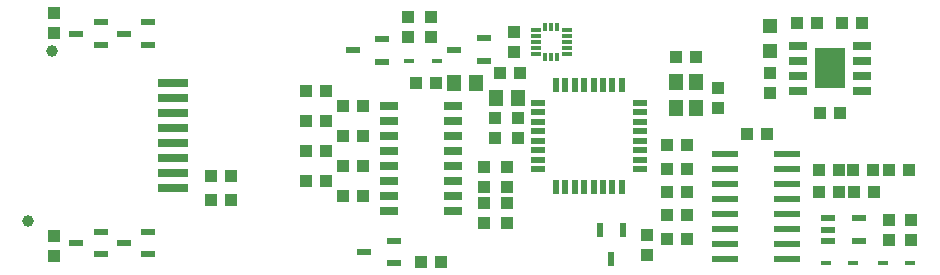
<source format=gtp>
G04 EAGLE Gerber RS-274X export*
G75*
%MOMM*%
%FSLAX34Y34*%
%LPD*%
%INSolderpaste Top*%
%IPPOS*%
%AMOC8*
5,1,8,0,0,1.08239X$1,22.5*%
G01*
G04 Define Apertures*
%ADD10R,1.270000X0.558800*%
%ADD11R,0.558800X1.270000*%
%ADD12R,1.200000X1.400000*%
%ADD13R,1.000000X1.100000*%
%ADD14R,1.100000X1.000000*%
%ADD15R,1.200000X1.450000*%
%ADD16R,1.200000X0.600000*%
%ADD17R,1.550000X0.700000*%
%ADD18R,0.820000X0.420000*%
%ADD19R,0.600000X1.200000*%
%ADD20R,2.200000X0.600000*%
%ADD21R,1.525000X0.700000*%
%ADD22R,2.513000X3.402000*%
%ADD23R,1.200000X1.200000*%
%ADD24R,0.925000X0.300000*%
%ADD25R,0.300000X0.800000*%
%ADD26R,1.250000X0.600000*%
%ADD27R,2.500000X0.635000*%
%ADD28C,1.000000*%
D10*
X576326Y95800D03*
X576326Y103800D03*
X576326Y111800D03*
X576326Y119800D03*
X576326Y127800D03*
X576326Y135800D03*
X576326Y143800D03*
X576326Y151800D03*
D11*
X561400Y166726D03*
X553400Y166726D03*
X545400Y166726D03*
X537400Y166726D03*
X529400Y166726D03*
X521400Y166726D03*
X513400Y166726D03*
X505400Y166726D03*
D10*
X490474Y151800D03*
X490474Y143800D03*
X490474Y135800D03*
X490474Y127800D03*
X490474Y119800D03*
X490474Y111800D03*
X490474Y103800D03*
X490474Y95800D03*
D11*
X505400Y80874D03*
X513400Y80874D03*
X521400Y80874D03*
X529400Y80874D03*
X537400Y80874D03*
X545400Y80874D03*
X553400Y80874D03*
X561400Y80874D03*
D12*
X624450Y147750D03*
X624450Y169750D03*
X607450Y169750D03*
X607450Y147750D03*
D13*
X642620Y147710D03*
X642620Y164710D03*
D14*
X607450Y190500D03*
X624450Y190500D03*
X599830Y116205D03*
X616830Y116205D03*
D13*
X454025Y121675D03*
X454025Y138675D03*
X473710Y121675D03*
X473710Y138675D03*
D15*
X455185Y156210D03*
X473185Y156210D03*
D13*
X599830Y56515D03*
X616830Y56515D03*
D14*
X616830Y36830D03*
X599830Y36830D03*
D13*
X616830Y95885D03*
X599830Y95885D03*
X616830Y76200D03*
X599830Y76200D03*
X293760Y161900D03*
X310760Y161900D03*
X325510Y149200D03*
X342510Y149200D03*
X293760Y136500D03*
X310760Y136500D03*
X325510Y123800D03*
X342510Y123800D03*
X293760Y111100D03*
X310760Y111100D03*
X325510Y98400D03*
X342510Y98400D03*
X293760Y85700D03*
X310760Y85700D03*
X325510Y73000D03*
X342510Y73000D03*
D16*
X444300Y187350D03*
X444300Y206350D03*
X419300Y196850D03*
X368100Y15900D03*
X368100Y34900D03*
X343100Y25400D03*
D17*
X363910Y149200D03*
X363910Y136500D03*
X363910Y123800D03*
X363910Y111100D03*
X363910Y98400D03*
X363910Y85700D03*
X363910Y73000D03*
X363910Y60300D03*
X418410Y60300D03*
X418410Y73000D03*
X418410Y85700D03*
X418410Y98400D03*
X418410Y111100D03*
X418410Y123800D03*
X418410Y136500D03*
X418410Y149200D03*
D14*
X404105Y168275D03*
X387105Y168275D03*
X230750Y89535D03*
X213750Y89535D03*
D16*
X736300Y53950D03*
X736300Y44450D03*
X736300Y34950D03*
X762300Y34950D03*
X762300Y53950D03*
D14*
X728100Y76200D03*
X745100Y76200D03*
X774945Y76200D03*
X757945Y76200D03*
X728100Y95250D03*
X745100Y95250D03*
X774310Y95250D03*
X757310Y95250D03*
D18*
X756990Y16510D03*
X733990Y16510D03*
D19*
X561950Y44250D03*
X542950Y44250D03*
X552450Y19250D03*
D20*
X649005Y95885D03*
X701005Y70485D03*
X649005Y108585D03*
X649005Y83185D03*
X649005Y70485D03*
X701005Y83185D03*
X701005Y57785D03*
X701005Y45085D03*
X649005Y45085D03*
X701005Y19685D03*
X649005Y57785D03*
X649005Y32385D03*
X701005Y32385D03*
X649005Y19685D03*
X701005Y95885D03*
X701005Y108585D03*
D14*
X684140Y125730D03*
X667140Y125730D03*
D21*
X764355Y161925D03*
X764355Y174625D03*
X764355Y187325D03*
X764355Y200025D03*
X710115Y200025D03*
X710115Y187325D03*
X710115Y174625D03*
X710115Y161925D03*
D22*
X737235Y180975D03*
D13*
X728735Y142875D03*
X745735Y142875D03*
D23*
X686435Y216875D03*
X686435Y195875D03*
D14*
X686435Y176775D03*
X686435Y159775D03*
X400050Y224400D03*
X400050Y207400D03*
X380365Y207400D03*
X380365Y224400D03*
X582930Y23250D03*
X582930Y40250D03*
D13*
X407915Y17145D03*
X390915Y17145D03*
X475225Y177165D03*
X458225Y177165D03*
D24*
X488775Y213200D03*
X488775Y208200D03*
X488775Y203200D03*
X488775Y198200D03*
X488775Y193200D03*
D25*
X496650Y190450D03*
X501650Y190450D03*
X506650Y190450D03*
D24*
X514525Y193200D03*
X514525Y198200D03*
X514525Y203200D03*
X514525Y208200D03*
X514525Y213200D03*
D25*
X506650Y215950D03*
X501650Y215950D03*
X496650Y215950D03*
D13*
X469900Y194700D03*
X469900Y211700D03*
D14*
X213750Y69850D03*
X230750Y69850D03*
X709685Y219075D03*
X726685Y219075D03*
X764785Y219075D03*
X747785Y219075D03*
D18*
X782250Y16510D03*
X805250Y16510D03*
D14*
X787400Y52950D03*
X787400Y35950D03*
X806450Y35950D03*
X806450Y52950D03*
D26*
X120500Y200920D03*
X120500Y219920D03*
X99500Y210420D03*
X120500Y23730D03*
X120500Y42730D03*
X99500Y33230D03*
D13*
X80645Y38980D03*
X80645Y21980D03*
X80645Y211210D03*
X80645Y228210D03*
D26*
X160500Y23730D03*
X160500Y42730D03*
X139500Y33230D03*
X160500Y200920D03*
X160500Y219920D03*
X139500Y210420D03*
D15*
X437625Y168275D03*
X419625Y168275D03*
D16*
X358575Y186715D03*
X358575Y205715D03*
X333575Y196215D03*
D13*
X464185Y80400D03*
X464185Y97400D03*
X444500Y80400D03*
X444500Y97400D03*
D14*
X464185Y49920D03*
X464185Y66920D03*
X444500Y49920D03*
X444500Y66920D03*
D13*
X804155Y95250D03*
X787155Y95250D03*
D18*
X404565Y187325D03*
X381565Y187325D03*
D27*
X181530Y168300D03*
X181530Y155600D03*
X181530Y142900D03*
X181530Y130200D03*
X181530Y117500D03*
X181530Y104800D03*
X181530Y92100D03*
X181530Y79400D03*
D28*
X58830Y51850D03*
X78830Y195850D03*
M02*

</source>
